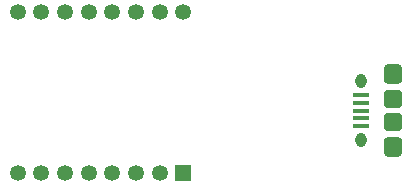
<source format=gbr>
%TF.GenerationSoftware,KiCad,Pcbnew,9.0.1*%
%TF.CreationDate,2025-05-26T16:43:25+02:00*%
%TF.ProjectId,Janus HW,4a616e75-7320-4485-972e-6b696361645f,rev?*%
%TF.SameCoordinates,Original*%
%TF.FileFunction,Paste,Bot*%
%TF.FilePolarity,Positive*%
%FSLAX46Y46*%
G04 Gerber Fmt 4.6, Leading zero omitted, Abs format (unit mm)*
G04 Created by KiCad (PCBNEW 9.0.1) date 2025-05-26 16:43:25*
%MOMM*%
%LPD*%
G01*
G04 APERTURE LIST*
G04 Aperture macros list*
%AMRoundRect*
0 Rectangle with rounded corners*
0 $1 Rounding radius*
0 $2 $3 $4 $5 $6 $7 $8 $9 X,Y pos of 4 corners*
0 Add a 4 corners polygon primitive as box body*
4,1,4,$2,$3,$4,$5,$6,$7,$8,$9,$2,$3,0*
0 Add four circle primitives for the rounded corners*
1,1,$1+$1,$2,$3*
1,1,$1+$1,$4,$5*
1,1,$1+$1,$6,$7*
1,1,$1+$1,$8,$9*
0 Add four rect primitives between the rounded corners*
20,1,$1+$1,$2,$3,$4,$5,0*
20,1,$1+$1,$4,$5,$6,$7,0*
20,1,$1+$1,$6,$7,$8,$9,0*
20,1,$1+$1,$8,$9,$2,$3,0*%
G04 Aperture macros list end*
%ADD10R,1.350000X1.350000*%
%ADD11C,1.350000*%
%ADD12O,1.550000X0.890000*%
%ADD13O,0.950000X1.250000*%
%ADD14RoundRect,0.100000X-0.575000X0.100000X-0.575000X-0.100000X0.575000X-0.100000X0.575000X0.100000X0*%
%ADD15RoundRect,0.250000X-0.525000X0.475000X-0.525000X-0.475000X0.525000X-0.475000X0.525000X0.475000X0*%
%ADD16RoundRect,0.250000X-0.525000X0.500000X-0.525000X-0.500000X0.525000X-0.500000X0.525000X0.500000X0*%
G04 APERTURE END LIST*
D10*
%TO.C,U2*%
X184750000Y-72750000D03*
D11*
X182750000Y-72750000D03*
X180750000Y-72750000D03*
X178750000Y-72750000D03*
X176750000Y-72750000D03*
X174750000Y-72750000D03*
X172750000Y-72750000D03*
X170750000Y-72750000D03*
X170750000Y-59150000D03*
X172750000Y-59150000D03*
X174750000Y-59150000D03*
X176750000Y-59150000D03*
X178750000Y-59150000D03*
X180750000Y-59150000D03*
X182750000Y-59150000D03*
X184750000Y-59150000D03*
%TD*%
D12*
%TO.C,J1*%
X202500000Y-64000000D03*
D13*
X199800000Y-65000000D03*
X199800000Y-70000000D03*
D12*
X202500000Y-71000000D03*
D14*
X199800000Y-66200000D03*
X199800000Y-66850000D03*
X199800000Y-67500000D03*
X199800000Y-68150000D03*
X199800000Y-68800000D03*
D15*
X202500000Y-64475000D03*
D16*
X202500000Y-66500000D03*
X202500000Y-68500000D03*
D15*
X202500000Y-70525000D03*
%TD*%
M02*

</source>
